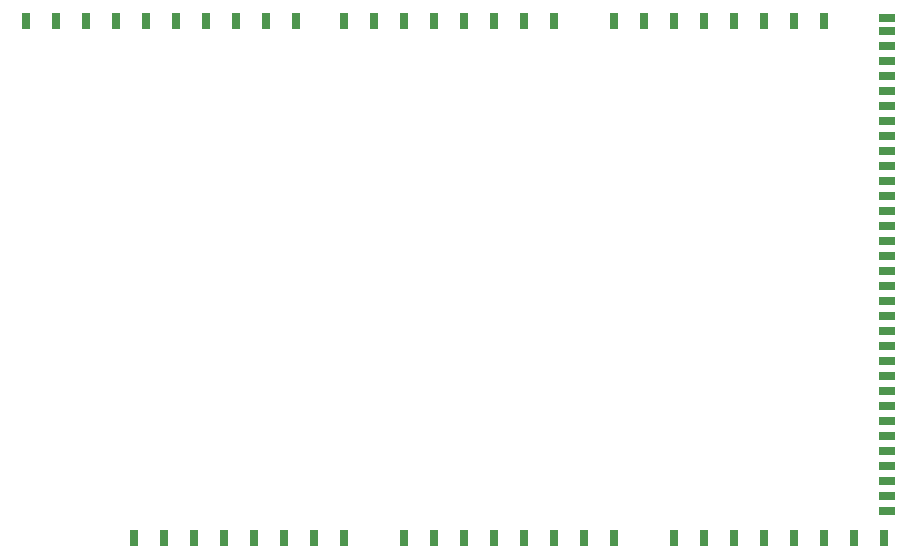
<source format=gbl>
G75*
%MOIN*%
%OFA0B0*%
%FSLAX25Y25*%
%IPPOS*%
%LPD*%
%AMOC8*
5,1,8,0,0,1.08239X$1,22.5*
%
%ADD10R,0.02800X0.05600*%
%ADD11R,0.05600X0.02800*%
D10*
X0115000Y0023555D03*
X0125000Y0023555D03*
X0135000Y0023555D03*
X0145000Y0023555D03*
X0155000Y0023555D03*
X0165000Y0023555D03*
X0175000Y0023555D03*
X0185000Y0023555D03*
X0205000Y0023555D03*
X0215000Y0023555D03*
X0225000Y0023555D03*
X0235000Y0023555D03*
X0245000Y0023555D03*
X0255000Y0023555D03*
X0265000Y0023555D03*
X0275000Y0023555D03*
X0295000Y0023555D03*
X0305000Y0023555D03*
X0315000Y0023555D03*
X0325000Y0023555D03*
X0335000Y0023555D03*
X0345000Y0023555D03*
X0355000Y0023555D03*
X0365000Y0023555D03*
X0345000Y0195945D03*
X0335000Y0195945D03*
X0325000Y0195945D03*
X0315000Y0195945D03*
X0305000Y0195945D03*
X0295000Y0195945D03*
X0285000Y0195945D03*
X0275000Y0195945D03*
X0255000Y0195945D03*
X0245000Y0195945D03*
X0235000Y0195945D03*
X0225000Y0195945D03*
X0215000Y0195945D03*
X0205000Y0195945D03*
X0195000Y0195945D03*
X0185000Y0195945D03*
X0169000Y0195945D03*
X0159000Y0195945D03*
X0149000Y0195945D03*
X0139000Y0195945D03*
X0129000Y0195945D03*
X0119000Y0195945D03*
X0109000Y0195945D03*
X0099000Y0195945D03*
X0089000Y0195945D03*
X0079000Y0195945D03*
D11*
X0365900Y0197000D03*
X0365900Y0192500D03*
X0365900Y0187500D03*
X0365900Y0182500D03*
X0365900Y0177500D03*
X0365900Y0172500D03*
X0365900Y0167500D03*
X0365900Y0162500D03*
X0365900Y0157500D03*
X0365900Y0152500D03*
X0365900Y0147500D03*
X0365900Y0142500D03*
X0365900Y0137500D03*
X0365900Y0132500D03*
X0365900Y0127500D03*
X0365900Y0122500D03*
X0365900Y0117500D03*
X0365900Y0112500D03*
X0365900Y0107500D03*
X0365900Y0102500D03*
X0365900Y0097500D03*
X0365900Y0092500D03*
X0365900Y0087500D03*
X0365900Y0082500D03*
X0365900Y0077500D03*
X0365900Y0072500D03*
X0365900Y0067500D03*
X0365900Y0062500D03*
X0365900Y0057500D03*
X0365900Y0052500D03*
X0365900Y0047500D03*
X0365900Y0042500D03*
X0365900Y0037500D03*
X0365900Y0032500D03*
M02*

</source>
